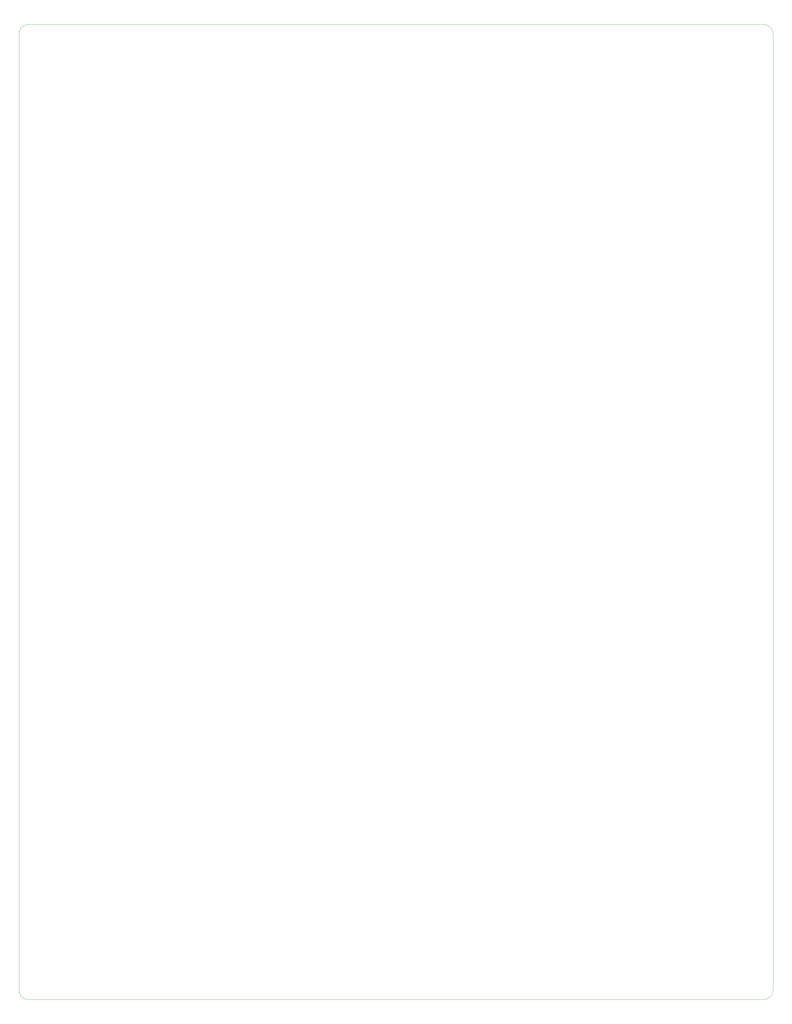
<source format=gbr>
%TF.GenerationSoftware,KiCad,Pcbnew,6.0.10-86aedd382b~118~ubuntu20.04.1*%
%TF.CreationDate,2022-12-19T16:27:45+01:00*%
%TF.ProjectId,px16_regfile,70783136-5f72-4656-9766-696c652e6b69,2*%
%TF.SameCoordinates,Original*%
%TF.FileFunction,Profile,NP*%
%FSLAX46Y46*%
G04 Gerber Fmt 4.6, Leading zero omitted, Abs format (unit mm)*
G04 Created by KiCad (PCBNEW 6.0.10-86aedd382b~118~ubuntu20.04.1) date 2022-12-19 16:27:45*
%MOMM*%
%LPD*%
G01*
G04 APERTURE LIST*
%TA.AperFunction,Profile*%
%ADD10C,0.100000*%
%TD*%
G04 APERTURE END LIST*
D10*
X31115000Y-360045000D02*
X31115000Y-29845000D01*
X288290000Y-363220000D02*
G75*
G03*
X291465000Y-360045000I0J3175000D01*
G01*
X34290000Y-26670000D02*
X288290000Y-26670000D01*
X31115000Y-360045000D02*
G75*
G03*
X34290000Y-363220000I3175000J0D01*
G01*
X288290000Y-363220000D02*
X34290000Y-363220000D01*
X291465000Y-29845000D02*
G75*
G03*
X288290000Y-26670000I-3175000J0D01*
G01*
X34290000Y-26670000D02*
G75*
G03*
X31115000Y-29845000I0J-3175000D01*
G01*
X291465000Y-29845000D02*
X291465000Y-360045000D01*
M02*

</source>
